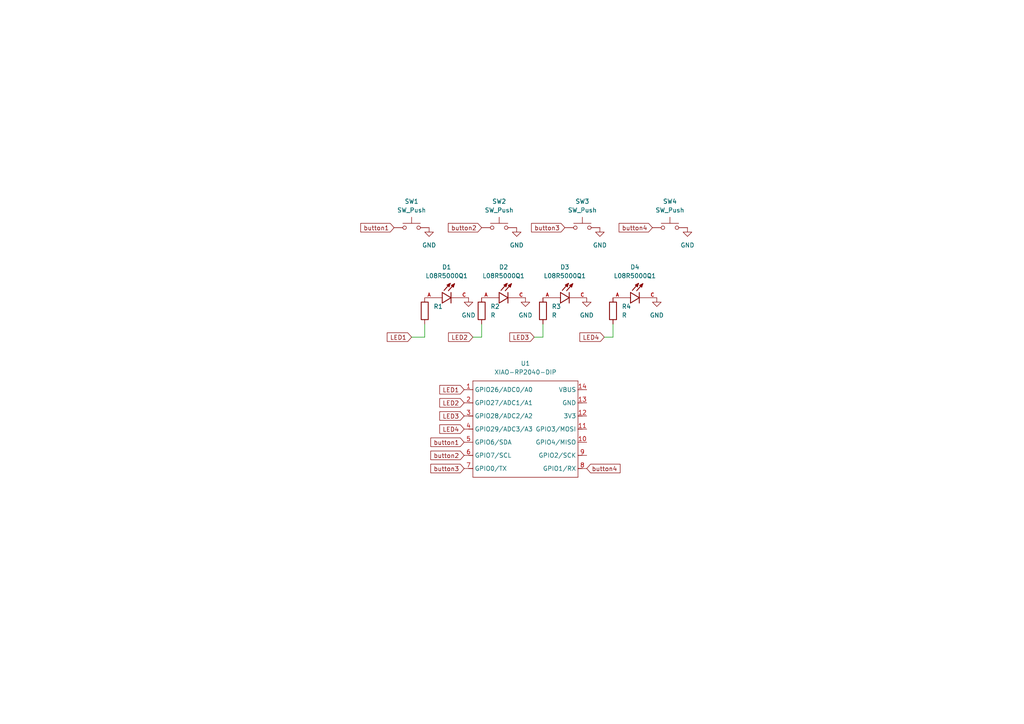
<source format=kicad_sch>
(kicad_sch (version 20250114) (generator "eeschema") (generator_version "9.0")
  (paper "A4")
  (lib_symbols
    (symbol "Device:R" (pin_numbers (hide yes)) (pin_names (offset 0))
      (property "Reference" "R" (at 2.032 0 90))
      (property "Value" "R" (at 0 0 90))
      (symbol "R_0_1"
        (rectangle (start -1.016 -2.54) (end 1.016 2.54) (stroke (width 0.254)))
      )
      (symbol "R_1_1"
        (pin passive line (at 0 3.81 270) (length 1.27) (name "~") (number "1"))
        (pin passive line (at 0 -3.81 90) (length 1.27) (name "~") (number "2"))
      )
    )
    (symbol "L08R5000Q1:L08R5000Q1" (pin_names (offset 1.016))
      (property "Reference" "D" (at -3.0988 4.4958 0))
      (property "Value" "L08R5000Q1" (at -3.556 -3.302 0))
      (symbol "L08R5000Q1_0_0"
        (polyline (pts (xy -2.54 1.524) (xy -2.54 0)) (stroke (width 0.254)))
        (polyline (pts (xy -2.54 0) (xy -5.08 0)) (stroke (width 0.1524)))
        (polyline (pts (xy -2.54 0) (xy -2.54 -1.524)) (stroke (width 0.254)))
        (polyline (pts (xy -2.54 -1.524) (xy 0 0)) (stroke (width 0.254)))
        (polyline (pts (xy -1.1176 3.683) (xy -0.2286 4.1656)) (stroke (width 0.254)))
        (polyline (pts (xy -0.9398 3.6068) (xy -0.7112 3.7592)) (stroke (width 0.254)))
        (polyline (pts (xy -0.5588 3.2004) (xy -1.1176 3.683)) (stroke (width 0.254)))
        (polyline (pts (xy -0.5588 3.2004) (xy -0.5334 3.937)) (stroke (width 0.254)))
        (polyline (pts (xy -0.5334 3.937) (xy -0.6604 3.937)) (stroke (width 0.254)))
        (polyline (pts (xy -0.2286 4.1656) (xy -2.0066 2.1336)) (stroke (width 0.254)))
        (polyline (pts (xy -0.2286 4.1656) (xy -0.5588 3.2004)) (stroke (width 0.254)))
        (polyline (pts (xy 0 1.524) (xy 0 0)) (stroke (width 0.254)))
        (polyline (pts (xy 0 0) (xy -2.54 1.524)) (stroke (width 0.254)))
        (polyline (pts (xy 0 0) (xy 0 -1.524)) (stroke (width 0.254)))
        (polyline (pts (xy 0.127 3.5814) (xy 1.016 4.064)) (stroke (width 0.254)))
        (polyline (pts (xy 0.3048 3.5052) (xy 0.5334 3.6576)) (stroke (width 0.254)))
        (polyline (pts (xy 0.6858 3.0988) (xy 0.127 3.5814)) (stroke (width 0.254)))
        (polyline (pts (xy 0.6858 3.0988) (xy 0.7112 3.8354)) (stroke (width 0.254)))
        (polyline (pts (xy 0.7112 3.8354) (xy 0.5842 3.8354)) (stroke (width 0.254)))
        (polyline (pts (xy 1.016 4.064) (xy -0.762 2.032)) (stroke (width 0.254)))
        (polyline (pts (xy 1.016 4.064) (xy 0.6858 3.0988)) (stroke (width 0.254)))
        (polyline (pts (xy 2.54 0) (xy 0 0)) (stroke (width 0.1524)))
        (pin passive line (at -7.62 0 0) (length 2.54) (name "~") (number "A"))
        (pin passive line (at 5.08 0 180) (length 2.54) (name "~") (number "C"))
      )
    )
    (symbol "Seeed_Studio_XIAO_Series:XIAO-RP2040-DIP"
      (property "Reference" "U" (at 0 0 0))
      (property "Value" "XIAO-RP2040-DIP" (at 5.334 -1.778 0))
      (symbol "XIAO-RP2040-DIP_1_0"
        (polyline (pts (xy -1.27 -2.54) (xy 29.21 -2.54)) (stroke (width 0.1524)))
        (polyline (pts (xy -1.27 -5.08) (xy -2.54 -5.08)) (stroke (width 0.1524)))
        (polyline (pts (xy -1.27 -5.08) (xy -1.27 -2.54)) (stroke (width 0.1524)))
        (polyline (pts (xy -1.27 -8.89) (xy -2.54 -8.89)) (stroke (width 0.1524)))
        (polyline (pts (xy -1.27 -8.89) (xy -1.27 -5.08)) (stroke (width 0.1524)))
        (polyline (pts (xy -1.27 -12.7) (xy -2.54 -12.7)) (stroke (width 0.1524)))
        (polyline (pts (xy -1.27 -12.7) (xy -1.27 -8.89)) (stroke (width 0.1524)))
        (polyline (pts (xy -1.27 -16.51) (xy -2.54 -16.51)) (stroke (width 0.1524)))
        (polyline (pts (xy -1.27 -16.51) (xy -1.27 -12.7)) (stroke (width 0.1524)))
        (polyline (pts (xy -1.27 -20.32) (xy -2.54 -20.32)) (stroke (width 0.1524)))
        (polyline (pts (xy -1.27 -24.13) (xy -2.54 -24.13)) (stroke (width 0.1524)))
        (polyline (pts (xy -1.27 -27.94) (xy -2.54 -27.94)) (stroke (width 0.1524)))
        (polyline (pts (xy -1.27 -30.48) (xy -1.27 -16.51)) (stroke (width 0.1524)))
        (polyline (pts (xy 29.21 -2.54) (xy 29.21 -5.08)) (stroke (width 0.1524)))
        (polyline (pts (xy 29.21 -5.08) (xy 29.21 -8.89)) (stroke (width 0.1524)))
        (polyline (pts (xy 29.21 -8.89) (xy 29.21 -12.7)) (stroke (width 0.1524)))
        (polyline (pts (xy 29.21 -12.7) (xy 29.21 -30.48)) (stroke (width 0.1524)))
        (polyline (pts (xy 29.21 -30.48) (xy -1.27 -30.48)) (stroke (width 0.1524)))
        (polyline (pts (xy 30.48 -5.08) (xy 29.21 -5.08)) (stroke (width 0.1524)))
        (polyline (pts (xy 30.48 -8.89) (xy 29.21 -8.89)) (stroke (width 0.1524)))
        (polyline (pts (xy 30.48 -12.7) (xy 29.21 -12.7)) (stroke (width 0.1524)))
        (polyline (pts (xy 30.48 -16.51) (xy 29.21 -16.51)) (stroke (width 0.1524)))
        (polyline (pts (xy 30.48 -20.32) (xy 29.21 -20.32)) (stroke (width 0.1524)))
        (polyline (pts (xy 30.48 -24.13) (xy 29.21 -24.13)) (stroke (width 0.1524)))
        (polyline (pts (xy 30.48 -27.94) (xy 29.21 -27.94)) (stroke (width 0.1524)))
        (pin passive line (at -3.81 -5.08 0) (length 2.54) (name "GPIO26/ADC0/A0") (number "1"))
        (pin passive line (at -3.81 -8.89 0) (length 2.54) (name "GPIO27/ADC1/A1") (number "2"))
        (pin passive line (at -3.81 -12.7 0) (length 2.54) (name "GPIO28/ADC2/A2") (number "3"))
        (pin passive line (at -3.81 -16.51 0) (length 2.54) (name "GPIO29/ADC3/A3") (number "4"))
        (pin passive line (at -3.81 -20.32 0) (length 2.54) (name "GPIO6/SDA") (number "5"))
        (pin passive line (at -3.81 -24.13 0) (length 2.54) (name "GPIO7/SCL") (number "6"))
        (pin passive line (at -3.81 -27.94 0) (length 2.54) (name "GPIO0/TX") (number "7"))
        (pin passive line (at 31.75 -5.08 180) (length 2.54) (name "VBUS") (number "14"))
        (pin passive line (at 31.75 -8.89 180) (length 2.54) (name "GND") (number "13"))
        (pin passive line (at 31.75 -12.7 180) (length 2.54) (name "3V3") (number "12"))
        (pin passive line (at 31.75 -16.51 180) (length 2.54) (name "GPIO3/MOSI") (number "11"))
        (pin passive line (at 31.75 -20.32 180) (length 2.54) (name "GPIO4/MISO") (number "10"))
        (pin passive line (at 31.75 -24.13 180) (length 2.54) (name "GPIO2/SCK") (number "9"))
        (pin passive line (at 31.75 -27.94 180) (length 2.54) (name "GPIO1/RX") (number "8"))
      )
    )
    (symbol "Switch:SW_Push" (pin_numbers (hide yes)) (pin_names (offset 1.016) (hide yes))
      (property "Reference" "SW" (at 1.27 2.54 0))
      (property "Value" "SW_Push" (at 0 -1.524 0))
      (symbol "SW_Push_0_1"
        (circle (center -2.032 0) (radius 0.508))
        (polyline (pts (xy 0 1.27) (xy 0 3.048)))
        (circle (center 2.032 0) (radius 0.508))
        (polyline (pts (xy 2.54 1.27) (xy -2.54 1.27)))
        (pin passive line (at -5.08 0 0) (length 2.54) (name "1") (number "1"))
        (pin passive line (at 5.08 0 180) (length 2.54) (name "2") (number "2"))
      )
    )
    (symbol "power:GND" (power) (pin_numbers (hide yes)) (pin_names (offset 0) (hide yes))
      (property "Value" "GND" (at 0 -3.81 0))
      (symbol "GND_0_1"
        (polyline (pts (xy 0 0) (xy 0 -1.27) (xy 1.27 -1.27) (xy 0 -2.54) (xy -1.27 -1.27) (xy 0 -1.27)))
      )
      (symbol "GND_1_1"
        (pin power_in line (at 0 0 270) (length 0) (name "~") (number "1"))
      )
    )
  )
  (wire (pts (xy 177.8 93.98) (xy 177.8 97.79)))
  (wire (pts (xy 139.7 93.98) (xy 139.7 97.79)))
  (wire (pts (xy 139.7 97.79) (xy 137.16 97.79)))
  (wire (pts (xy 157.48 97.79) (xy 154.94 97.79)))
  (wire (pts (xy 157.48 93.98) (xy 157.48 97.79)))
  (wire (pts (xy 177.8 97.79) (xy 175.26 97.79)))
  (wire (pts (xy 123.19 93.98) (xy 123.19 97.79)))
  (wire (pts (xy 123.19 97.79) (xy 119.38 97.79)))
  (global_label "button4" (shape input) (at 170.18 135.89 0) (property "Intersheetrefs" "${INTERSHEET_REFS}" (effects (hide yes))))
  (global_label "LED4" (shape input) (at 175.26 97.79 180) (property "Intersheetrefs" "${INTERSHEET_REFS}" (effects (hide yes))))
  (global_label "LED4" (shape input) (at 134.62 124.46 180) (property "Intersheetrefs" "${INTERSHEET_REFS}" (effects (hide yes))))
  (global_label "button1" (shape input) (at 114.3 66.04 180) (property "Intersheetrefs" "${INTERSHEET_REFS}" (effects (hide yes))))
  (global_label "LED2" (shape input) (at 137.16 97.79 180) (property "Intersheetrefs" "${INTERSHEET_REFS}" (effects (hide yes))))
  (global_label "button2" (shape input) (at 134.62 132.08 180) (property "Intersheetrefs" "${INTERSHEET_REFS}" (effects (hide yes))))
  (global_label "LED2" (shape input) (at 134.62 116.84 180) (property "Intersheetrefs" "${INTERSHEET_REFS}" (effects (hide yes))))
  (global_label "LED3" (shape input) (at 154.94 97.79 180) (property "Intersheetrefs" "${INTERSHEET_REFS}" (effects (hide yes))))
  (global_label "LED1" (shape input) (at 134.62 113.03 180) (property "Intersheetrefs" "${INTERSHEET_REFS}" (effects (hide yes))))
  (global_label "button2" (shape input) (at 139.7 66.04 180) (property "Intersheetrefs" "${INTERSHEET_REFS}" (effects (hide yes))))
  (global_label "button3" (shape input) (at 134.62 135.89 180) (property "Intersheetrefs" "${INTERSHEET_REFS}" (effects (hide yes))))
  (global_label "LED3" (shape input) (at 134.62 120.65 180) (property "Intersheetrefs" "${INTERSHEET_REFS}" (effects (hide yes))))
  (global_label "button4" (shape input) (at 189.23 66.04 180) (property "Intersheetrefs" "${INTERSHEET_REFS}" (effects (hide yes))))
  (global_label "button3" (shape input) (at 163.83 66.04 180) (property "Intersheetrefs" "${INTERSHEET_REFS}" (effects (hide yes))))
  (global_label "LED1" (shape input) (at 119.38 97.79 180) (property "Intersheetrefs" "${INTERSHEET_REFS}" (effects (hide yes))))
  (global_label "button1" (shape input) (at 134.62 128.27 180) (property "Intersheetrefs" "${INTERSHEET_REFS}" (effects (hide yes))))
  (symbol (lib_id "L08R5000Q1:L08R5000Q1") (at 130.81 86.36 0) (unit 1)
    (property "Reference" "D1" (at 129.54 77.47 0))
    (property "Value" "L08R5000Q1" (at 129.54 80.01 0))
    (property "Footprint" "L08R5000Q1:LEDRD254W57D500H1070" (effects (hide yes)))
    (property "MF" "LED Technology" (effects (hide yes)))
    (property "MAXIMUM_PACKAGE_HEIGHT" "10.7mm" (effects (hide yes)))
    (property "Package" "None" (effects (hide yes)))
    (property "Price" "None" (effects (hide yes)))
    (property "Check_prices" "https://www.snapeda.com/parts/L08R5000Q1/LED+Technology/view-part/?ref=eda" (effects (hide yes)))
    (property "STANDARD" "IPC-7351B" (effects (hide yes)))
    (property "PARTREV" "NA" (effects (hide yes)))
    (property "SnapEDA_Link" "https://www.snapeda.com/parts/L08R5000Q1/LED+Technology/view-part/?ref=snap" (effects (hide yes)))
    (property "MP" "L08R5000Q1" (effects (hide yes)))
    (property "Description_1" "LED, 5MM, ORANGE; LED / Lamp Size: 5mm / T-1 3/4; LED Colour: Orange; Typ Luminous Intensity: 4.3mcd; Viewing Angle: ..." (effects (hide yes)))
    (property "Availability" "Not in stock" (effects (hide yes)))
    (property "MANUFACTURER" "LED TECHNOLOGY" (effects (hide yes)))
  )
  (symbol (lib_id "power:GND") (at 173.99 66.04 0) (unit 1)
    (property "Reference" "#PWR06" (effects (hide yes)))
    (property "Value" "GND" (at 173.99 71.12 0))
    (property "Description" "Power symbol creates a global label with name \"GND\" , ground" (effects (hide yes)))
  )
  (symbol (lib_id "L08R5000Q1:L08R5000Q1") (at 165.1 86.36 0) (unit 1)
    (property "Reference" "D3" (at 163.83 77.47 0))
    (property "Value" "L08R5000Q1" (at 163.83 80.01 0))
    (property "Footprint" "L08R5000Q1:LEDRD254W57D500H1070" (effects (hide yes)))
    (property "MF" "LED Technology" (effects (hide yes)))
    (property "MAXIMUM_PACKAGE_HEIGHT" "10.7mm" (effects (hide yes)))
    (property "Package" "None" (effects (hide yes)))
    (property "Price" "None" (effects (hide yes)))
    (property "Check_prices" "https://www.snapeda.com/parts/L08R5000Q1/LED+Technology/view-part/?ref=eda" (effects (hide yes)))
    (property "STANDARD" "IPC-7351B" (effects (hide yes)))
    (property "PARTREV" "NA" (effects (hide yes)))
    (property "SnapEDA_Link" "https://www.snapeda.com/parts/L08R5000Q1/LED+Technology/view-part/?ref=snap" (effects (hide yes)))
    (property "MP" "L08R5000Q1" (effects (hide yes)))
    (property "Description_1" "LED, 5MM, ORANGE; LED / Lamp Size: 5mm / T-1 3/4; LED Colour: Orange; Typ Luminous Intensity: 4.3mcd; Viewing Angle: ..." (effects (hide yes)))
    (property "Availability" "Not in stock" (effects (hide yes)))
    (property "MANUFACTURER" "LED TECHNOLOGY" (effects (hide yes)))
  )
  (symbol (lib_id "L08R5000Q1:L08R5000Q1") (at 147.32 86.36 0) (unit 1)
    (property "Reference" "D2" (at 146.05 77.47 0))
    (property "Value" "L08R5000Q1" (at 146.05 80.01 0))
    (property "Footprint" "L08R5000Q1:LEDRD254W57D500H1070" (effects (hide yes)))
    (property "MF" "LED Technology" (effects (hide yes)))
    (property "MAXIMUM_PACKAGE_HEIGHT" "10.7mm" (effects (hide yes)))
    (property "Package" "None" (effects (hide yes)))
    (property "Price" "None" (effects (hide yes)))
    (property "Check_prices" "https://www.snapeda.com/parts/L08R5000Q1/LED+Technology/view-part/?ref=eda" (effects (hide yes)))
    (property "STANDARD" "IPC-7351B" (effects (hide yes)))
    (property "PARTREV" "NA" (effects (hide yes)))
    (property "SnapEDA_Link" "https://www.snapeda.com/parts/L08R5000Q1/LED+Technology/view-part/?ref=snap" (effects (hide yes)))
    (property "MP" "L08R5000Q1" (effects (hide yes)))
    (property "Description_1" "LED, 5MM, ORANGE; LED / Lamp Size: 5mm / T-1 3/4; LED Colour: Orange; Typ Luminous Intensity: 4.3mcd; Viewing Angle: ..." (effects (hide yes)))
    (property "Availability" "Not in stock" (effects (hide yes)))
    (property "MANUFACTURER" "LED TECHNOLOGY" (effects (hide yes)))
  )
  (symbol (lib_id "L08R5000Q1:L08R5000Q1") (at 185.42 86.36 0) (unit 1)
    (property "Reference" "D4" (at 184.15 77.47 0))
    (property "Value" "L08R5000Q1" (at 184.15 80.01 0))
    (property "Footprint" "L08R5000Q1:LEDRD254W57D500H1070" (effects (hide yes)))
    (property "MF" "LED Technology" (effects (hide yes)))
    (property "MAXIMUM_PACKAGE_HEIGHT" "10.7mm" (effects (hide yes)))
    (property "Package" "None" (effects (hide yes)))
    (property "Price" "None" (effects (hide yes)))
    (property "Check_prices" "https://www.snapeda.com/parts/L08R5000Q1/LED+Technology/view-part/?ref=eda" (effects (hide yes)))
    (property "STANDARD" "IPC-7351B" (effects (hide yes)))
    (property "PARTREV" "NA" (effects (hide yes)))
    (property "SnapEDA_Link" "https://www.snapeda.com/parts/L08R5000Q1/LED+Technology/view-part/?ref=snap" (effects (hide yes)))
    (property "MP" "L08R5000Q1" (effects (hide yes)))
    (property "Description_1" "LED, 5MM, ORANGE; LED / Lamp Size: 5mm / T-1 3/4; LED Colour: Orange; Typ Luminous Intensity: 4.3mcd; Viewing Angle: ..." (effects (hide yes)))
    (property "Availability" "Not in stock" (effects (hide yes)))
    (property "MANUFACTURER" "LED TECHNOLOGY" (effects (hide yes)))
  )
  (symbol (lib_id "Seeed_Studio_XIAO_Series:XIAO-RP2040-DIP") (at 138.43 107.95 0) (unit 1)
    (property "Reference" "U1" (at 152.4 105.41 0))
    (property "Value" "XIAO-RP2040-DIP" (at 152.4 107.95 0))
    (property "Footprint" "Module:MOUDLE14P-XIAO-DIP-SMD" (effects (hide yes)))
  )
  (symbol (lib_id "power:GND") (at 149.86 66.04 0) (unit 1)
    (property "Reference" "#PWR07" (effects (hide yes)))
    (property "Value" "GND" (at 149.86 71.12 0))
    (property "Description" "Power symbol creates a global label with name \"GND\" , ground" (effects (hide yes)))
  )
  (symbol (lib_id "Switch:SW_Push") (at 119.38 66.04 0) (unit 1)
    (property "Reference" "SW1" (at 119.38 58.42 0))
    (property "Value" "SW_Push" (at 119.38 60.96 0))
    (property "Description" "Push button switch, generic, two pins" (effects (hide yes)))
  )
  (symbol (lib_id "Switch:SW_Push") (at 144.78 66.04 0) (unit 1)
    (property "Reference" "SW2" (at 144.78 58.42 0))
    (property "Value" "SW_Push" (at 144.78 60.96 0))
    (property "Description" "Push button switch, generic, two pins" (effects (hide yes)))
  )
  (symbol (lib_id "power:GND") (at 152.4 86.36 0) (unit 1)
    (property "Reference" "#PWR02" (effects (hide yes)))
    (property "Value" "GND" (at 152.4 91.44 0))
    (property "Description" "Power symbol creates a global label with name \"GND\" , ground" (effects (hide yes)))
  )
  (symbol (lib_id "Device:R") (at 123.19 90.17 0) (unit 1)
    (property "Reference" "R1" (at 125.73 88.8999 0) (effects (justify left)))
    (property "Value" "R" (effects (hide yes)))
    (property "Description" "Resistor" (effects (hide yes)))
  )
  (symbol (lib_id "power:GND") (at 199.39 66.04 0) (unit 1)
    (property "Reference" "#PWR05" (effects (hide yes)))
    (property "Value" "GND" (at 199.39 71.12 0))
    (property "Description" "Power symbol creates a global label with name \"GND\" , ground" (effects (hide yes)))
  )
  (symbol (lib_id "power:GND") (at 135.89 86.36 0) (unit 1)
    (property "Reference" "#PWR01" (effects (hide yes)))
    (property "Value" "GND" (at 135.89 91.44 0))
    (property "Description" "Power symbol creates a global label with name \"GND\" , ground" (effects (hide yes)))
  )
  (symbol (lib_id "power:GND") (at 170.18 86.36 0) (unit 1)
    (property "Reference" "#PWR03" (effects (hide yes)))
    (property "Value" "GND" (at 170.18 91.44 0))
    (property "Description" "Power symbol creates a global label with name \"GND\" , ground" (effects (hide yes)))
  )
  (symbol (lib_id "Device:R") (at 177.8 90.17 0) (unit 1)
    (property "Reference" "R4" (at 180.34 88.8999 0) (effects (justify left)))
    (property "Value" "R" (at 180.34 91.4399 0) (effects (justify left)))
    (property "Description" "Resistor" (effects (hide yes)))
  )
  (symbol (lib_id "Switch:SW_Push") (at 168.91 66.04 0) (unit 1)
    (property "Reference" "SW3" (at 168.91 58.42 0))
    (property "Value" "SW_Push" (at 168.91 60.96 0))
    (property "Description" "Push button switch, generic, two pins" (effects (hide yes)))
  )
  (symbol (lib_id "Device:R") (at 139.7 90.17 0) (unit 1)
    (property "Reference" "R2" (at 142.24 88.8999 0) (effects (justify left)))
    (property "Value" "R" (at 142.24 91.4399 0) (effects (justify left)))
    (property "Description" "Resistor" (effects (hide yes)))
  )
  (symbol (lib_id "power:GND") (at 124.46 66.04 0) (unit 1)
    (property "Reference" "#PWR08" (effects (hide yes)))
    (property "Value" "GND" (at 124.46 71.12 0))
    (property "Description" "Power symbol creates a global label with name \"GND\" , ground" (effects (hide yes)))
  )
  (symbol (lib_id "power:GND") (at 190.5 86.36 0) (unit 1)
    (property "Reference" "#PWR04" (effects (hide yes)))
    (property "Value" "GND" (at 190.5 91.44 0))
    (property "Description" "Power symbol creates a global label with name \"GND\" , ground" (effects (hide yes)))
  )
  (symbol (lib_id "Device:R") (at 157.48 90.17 0) (unit 1)
    (property "Reference" "R3" (at 160.02 88.8999 0) (effects (justify left)))
    (property "Value" "R" (at 160.02 91.4399 0) (effects (justify left)))
    (property "Description" "Resistor" (effects (hide yes)))
  )
  (symbol (lib_id "Switch:SW_Push") (at 194.31 66.04 0) (unit 1)
    (property "Reference" "SW4" (at 194.31 58.42 0))
    (property "Value" "SW_Push" (at 194.31 60.96 0))
    (property "Description" "Push button switch, generic, two pins" (effects (hide yes)))
  )
)
</source>
